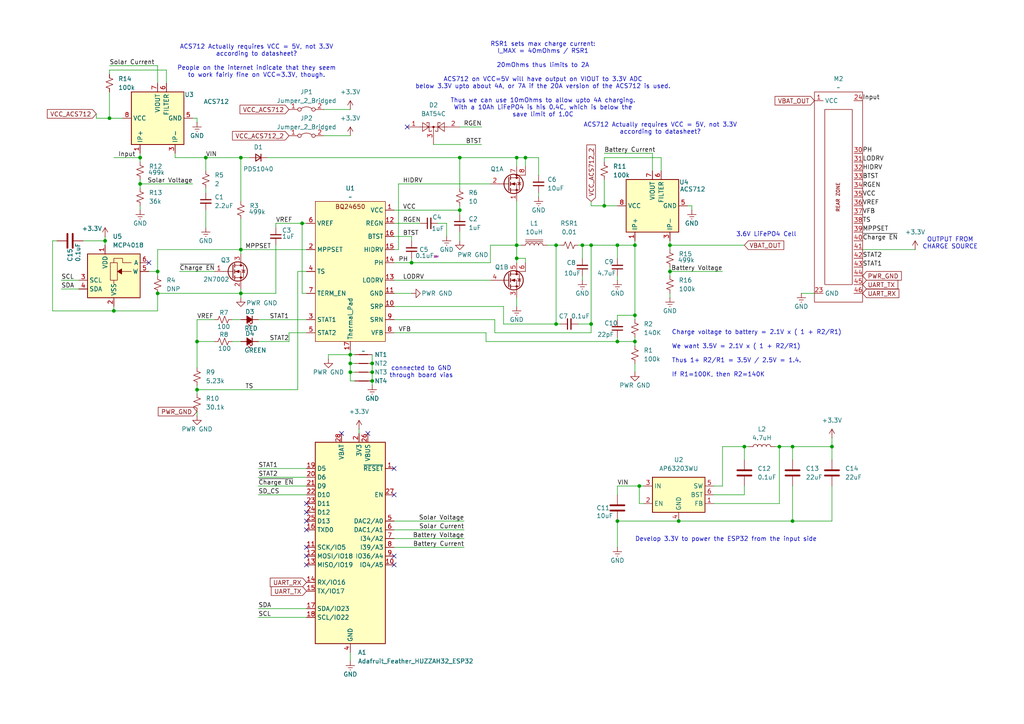
<source format=kicad_sch>
(kicad_sch (version 20250114) (generator "eeschema") (generator_version "9.0")
  (paper "A4")
  (title_block (title "MEGAphone MPPT Charge Controller") (rev "20250216") (comment 1 "Adapted for MEGAphone module format") (comment 2 "Adapted for 3.5V output voltage"))
  (text "ACS712 Actually requires VCC = 5V, not 3.3V\naccording to datasheet?" (at 191.516 37.338 0) (effects (font (size 1.27 1.27))))
  (text "ACS712 Actually requires VCC = 5V, not 3.3V\naccording to datasheet?\n\nPeople on the internet indicate that they seem\nto work fairly fine on VCC=3.3V, though." (at 74.422 17.78 0) (effects (font (size 1.27 1.27))))
  (text "3.6V LiFePO4 Cell" (at 222.25 68.072 0) (effects (font (size 1.27 1.27))))
  (text "OUTPUT FROM\nCHARGE SOURCE" (at 275.59 70.612 0) (effects (font (size 1.27 1.27))))
  (text "Charge voltage to battery = 2.1V x ( 1 + R2/R1)\n\nWe want 3.5V = 2.1V x ( 1 + R2/R1)\n\nThus 1+ R2/R1 = 3.5V / 2.5V = 1.4.\n\nIf R1=100K, then R2=140K" (at 194.818 102.616 0) (effects (font (size 1.27 1.27)) (justify left)))
  (text "RSR1 sets max charge current:\nI_MAX = 40mOhms / RSR1\n\n20mOhms thus limits to 2A\n\nACS712 on VCC=5V will have output on VIOUT to 3.3V ADC\nbelow 3.3V upto about 4A, or 7A if the 20A version of the ACS712 is used.\n\nThus we can use 10mOhms to allow upto 4A charging.\nWith a 10Ah LiFePO4 is his 0.4C, which is below the\nsave limit of 1.0C" (at 157.48 23.114 0) (effects (font (size 1.27 1.27))))
  (text "connected to GND\nthrough board vias" (at 122.174 107.95 0) (effects (font (size 1.27 1.27))))
  (text "Develop 3.3V to power the ESP32 from the input side" (at 210.566 156.464 0) (effects (font (size 1.27 1.27))))
  (junction (at 45.72 85.09))
  (junction (at 57.15 99.06))
  (junction (at 168.91 71.12))
  (junction (at 149.86 45.72))
  (junction (at 184.15 71.12))
  (junction (at 107.95 105.41))
  (junction (at 69.85 85.09))
  (junction (at 101.6 102.87))
  (junction (at 184.15 91.44))
  (junction (at 179.07 71.12))
  (junction (at 69.85 45.72))
  (junction (at 215.9 129.54))
  (junction (at 101.6 105.41))
  (junction (at 171.45 71.12))
  (junction (at 229.87 129.54))
  (junction (at 87.63 64.77))
  (junction (at 179.07 99.06))
  (junction (at 45.72 78.74))
  (junction (at 57.15 113.03))
  (junction (at 133.35 45.72))
  (junction (at 171.45 93.98))
  (junction (at 175.26 59.69))
  (junction (at 229.87 151.13))
  (junction (at 161.29 93.98))
  (junction (at 40.64 45.72))
  (junction (at 185.42 140.97))
  (junction (at 107.95 107.95))
  (junction (at 133.35 60.96))
  (junction (at 149.86 71.12))
  (junction (at 241.3 129.54))
  (junction (at 40.64 53.34))
  (junction (at 149.86 74.93))
  (junction (at 196.85 151.13))
  (junction (at 184.15 99.06))
  (junction (at 161.29 71.12))
  (junction (at 30.48 69.85))
  (junction (at 179.07 151.13))
  (junction (at 33.02 90.17))
  (junction (at 119.38 76.2))
  (junction (at 194.31 78.74))
  (junction (at 101.6 107.95))
  (junction (at 31.75 34.29))
  (junction (at 69.85 72.39))
  (junction (at 107.95 110.49))
  (junction (at 226.06 129.54))
  (junction (at 152.4 45.72))
  (junction (at 194.31 71.12))
  (junction (at 59.69 45.72))
  (no_connect (at 114.3 161.29))
  (no_connect (at 88.9 148.59))
  (no_connect (at 88.9 158.75))
  (no_connect (at 118.11 36.83))
  (no_connect (at 88.9 161.29))
  (no_connect (at 88.9 153.67))
  (no_connect (at 88.9 163.83))
  (no_connect (at 88.9 151.13))
  (no_connect (at 43.18 76.2))
  (no_connect (at 106.68 125.73))
  (no_connect (at 114.3 143.51))
  (no_connect (at 114.3 163.83))
  (no_connect (at 99.06 125.73))
  (no_connect (at 114.3 135.89))
  (no_connect (at 88.9 146.05))
  (wire (pts (xy 140.97 96.52) (xy 114.3 96.52)))
  (wire (pts (xy 194.31 72.39) (xy 194.31 71.12)))
  (wire (pts (xy 114.3 92.71) (xy 143.51 92.71)))
  (wire (pts (xy 24.13 69.85) (xy 30.48 69.85)))
  (wire (pts (xy 171.45 58.42) (xy 171.45 59.69)))
  (wire (pts (xy 45.72 24.13) (xy 45.72 19.05)))
  (wire (pts (xy 74.93 179.07) (xy 88.9 179.07)))
  (wire (pts (xy 95.25 102.87) (xy 95.25 104.14)))
  (wire (pts (xy 175.26 52.07) (xy 175.26 59.69)))
  (wire (pts (xy 229.87 151.13) (xy 241.3 151.13)))
  (wire (pts (xy 101.6 105.41) (xy 102.87 105.41)))
  (wire (pts (xy 229.87 151.13) (xy 229.87 140.97)))
  (wire (pts (xy 59.69 45.72) (xy 69.85 45.72)))
  (wire (pts (xy 40.64 53.34) (xy 55.88 53.34)))
  (wire (pts (xy 31.75 20.32) (xy 48.26 20.32)))
  (wire (pts (xy 194.31 78.74) (xy 194.31 80.01)))
  (wire (pts (xy 86.36 78.74) (xy 88.9 78.74)))
  (wire (pts (xy 33.02 90.17) (xy 45.72 90.17)))
  (wire (pts (xy 57.15 34.29) (xy 57.15 35.56)))
  (wire (pts (xy 107.95 102.87) (xy 107.95 105.41)))
  (wire (pts (xy 226.06 129.54) (xy 226.06 146.05)))
  (wire (pts (xy 114.3 76.2) (xy 119.38 76.2)))
  (wire (pts (xy 40.64 53.34) (xy 40.64 54.61)))
  (wire (pts (xy 43.18 78.74) (xy 45.72 78.74)))
  (wire (pts (xy 194.31 71.12) (xy 215.9 71.12)))
  (wire (pts (xy 30.48 68.58) (xy 30.48 69.85)))
  (wire (pts (xy 31.75 26.67) (xy 31.75 34.29)))
  (wire (pts (xy 59.69 60.96) (xy 59.69 66.04)))
  (wire (pts (xy 241.3 127) (xy 241.3 129.54)))
  (wire (pts (xy 93.98 31.75) (xy 101.6 31.75)))
  (wire (pts (xy 107.95 110.49) (xy 107.95 111.76)))
  (wire (pts (xy 194.31 78.74) (xy 209.55 78.74)))
  (wire (pts (xy 152.4 76.2) (xy 152.4 74.93)))
  (wire (pts (xy 226.06 129.54) (xy 229.87 129.54)))
  (wire (pts (xy 114.3 153.67) (xy 134.62 153.67)))
  (wire (pts (xy 101.6 107.95) (xy 102.87 107.95)))
  (wire (pts (xy 156.21 57.15) (xy 156.21 55.88)))
  (wire (pts (xy 40.64 60.96) (xy 40.64 59.69)))
  (wire (pts (xy 74.93 92.71) (xy 88.9 92.71)))
  (wire (pts (xy 226.06 129.54) (xy 224.79 129.54)))
  (wire (pts (xy 179.07 151.13) (xy 179.07 158.75)))
  (wire (pts (xy 209.55 129.54) (xy 209.55 140.97)))
  (wire (pts (xy 15.24 69.85) (xy 15.24 90.17)))
  (wire (pts (xy 149.86 45.72) (xy 149.86 48.26)))
  (wire (pts (xy 185.42 146.05) (xy 185.42 140.97)))
  (wire (pts (xy 35.56 34.29) (xy 31.75 34.29)))
  (wire (pts (xy 114.3 64.77) (xy 121.92 64.77)))
  (wire (pts (xy 107.95 107.95) (xy 107.95 110.49)))
  (wire (pts (xy 175.26 45.72) (xy 191.77 45.72)))
  (wire (pts (xy 16.51 69.85) (xy 15.24 69.85)))
  (wire (pts (xy 52.07 78.74) (xy 62.23 78.74)))
  (wire (pts (xy 101.6 110.49) (xy 102.87 110.49)))
  (wire (pts (xy 31.75 21.59) (xy 31.75 20.32)))
  (wire (pts (xy 143.51 96.52) (xy 143.51 92.71)))
  (wire (pts (xy 40.64 45.72) (xy 40.64 44.45)))
  (wire (pts (xy 217.17 129.54) (xy 215.9 129.54)))
  (wire (pts (xy 241.3 129.54) (xy 241.3 133.35)))
  (wire (pts (xy 55.88 34.29) (xy 57.15 34.29)))
  (wire (pts (xy 57.15 113.03) (xy 57.15 111.76)))
  (wire (pts (xy 59.69 55.88) (xy 59.69 54.61)))
  (wire (pts (xy 80.01 64.77) (xy 80.01 66.04)))
  (wire (pts (xy 57.15 92.71) (xy 62.23 92.71)))
  (wire (pts (xy 74.93 176.53) (xy 88.9 176.53)))
  (wire (pts (xy 114.3 156.21) (xy 134.62 156.21)))
  (wire (pts (xy 40.64 52.07) (xy 40.64 53.34)))
  (wire (pts (xy 179.07 71.12) (xy 184.15 71.12)))
  (wire (pts (xy 140.97 99.06) (xy 140.97 96.52)))
  (wire (pts (xy 80.01 71.12) (xy 80.01 85.09)))
  (wire (pts (xy 101.6 101.6) (xy 101.6 102.87)))
  (wire (pts (xy 27.94 34.29) (xy 27.94 33.02)))
  (wire (pts (xy 114.3 68.58) (xy 119.38 68.58)))
  (wire (pts (xy 57.15 114.3) (xy 57.15 113.03)))
  (wire (pts (xy 69.85 72.39) (xy 88.9 72.39)))
  (wire (pts (xy 142.24 71.12) (xy 149.86 71.12)))
  (wire (pts (xy 175.26 44.45) (xy 189.23 44.45)))
  (wire (pts (xy 250.19 72.39) (xy 265.43 72.39)))
  (wire (pts (xy 31.75 19.05) (xy 45.72 19.05)))
  (wire (pts (xy 194.31 77.47) (xy 194.31 78.74)))
  (wire (pts (xy 149.86 71.12) (xy 149.86 74.93)))
  (wire (pts (xy 40.64 46.99) (xy 40.64 45.72)))
  (wire (pts (xy 152.4 45.72) (xy 152.4 48.26)))
  (wire (pts (xy 167.64 93.98) (xy 171.45 93.98)))
  (wire (pts (xy 101.6 102.87) (xy 101.6 105.41)))
  (wire (pts (xy 114.3 60.96) (xy 133.35 60.96)))
  (wire (pts (xy 142.24 76.2) (xy 142.24 71.12)))
  (wire (pts (xy 156.21 50.8) (xy 156.21 45.72)))
  (wire (pts (xy 101.6 107.95) (xy 101.6 110.49)))
  (wire (pts (xy 74.93 143.51) (xy 88.9 143.51)))
  (wire (pts (xy 74.93 138.43) (xy 88.9 138.43)))
  (wire (pts (xy 69.85 45.72) (xy 69.85 58.42)))
  (wire (pts (xy 17.78 81.28) (xy 22.86 81.28)))
  (wire (pts (xy 229.87 129.54) (xy 229.87 133.35)))
  (wire (pts (xy 119.38 74.93) (xy 119.38 76.2)))
  (wire (pts (xy 17.78 83.82) (xy 22.86 83.82)))
  (wire (pts (xy 87.63 64.77) (xy 87.63 85.09)))
  (wire (pts (xy 184.15 97.79) (xy 184.15 99.06)))
  (wire (pts (xy 74.93 99.06) (xy 83.82 99.06)))
  (wire (pts (xy 87.63 64.77) (xy 88.9 64.77)))
  (wire (pts (xy 168.91 71.12) (xy 168.91 74.93)))
  (wire (pts (xy 185.42 140.97) (xy 186.69 140.97)))
  (wire (pts (xy 15.24 90.17) (xy 33.02 90.17)))
  (wire (pts (xy 45.72 78.74) (xy 45.72 72.39)))
  (wire (pts (xy 171.45 93.98) (xy 171.45 96.52)))
  (wire (pts (xy 146.05 88.9) (xy 146.05 93.98)))
  (wire (pts (xy 184.15 71.12) (xy 184.15 91.44)))
  (wire (pts (xy 45.72 85.09) (xy 69.85 85.09)))
  (wire (pts (xy 179.07 143.51) (xy 179.07 140.97)))
  (wire (pts (xy 69.85 83.82) (xy 69.85 85.09)))
  (wire (pts (xy 83.82 96.52) (xy 88.9 96.52)))
  (wire (pts (xy 57.15 113.03) (xy 86.36 113.03)))
  (wire (pts (xy 184.15 91.44) (xy 184.15 92.71)))
  (wire (pts (xy 101.6 191.77) (xy 101.6 189.23)))
  (wire (pts (xy 171.45 96.52) (xy 143.51 96.52)))
  (wire (pts (xy 133.35 36.83) (xy 139.7 36.83)))
  (wire (pts (xy 107.95 105.41) (xy 107.95 107.95)))
  (wire (pts (xy 196.85 151.13) (xy 229.87 151.13)))
  (wire (pts (xy 171.45 71.12) (xy 179.07 71.12)))
  (wire (pts (xy 45.72 78.74) (xy 45.72 80.01)))
  (wire (pts (xy 69.85 73.66) (xy 69.85 72.39)))
  (wire (pts (xy 161.29 93.98) (xy 161.29 71.12)))
  (wire (pts (xy 104.14 124.46) (xy 104.14 125.73)))
  (wire (pts (xy 127 64.77) (xy 129.54 64.77)))
  (wire (pts (xy 93.98 39.37) (xy 101.6 39.37)))
  (wire (pts (xy 149.86 74.93) (xy 152.4 74.93)))
  (wire (pts (xy 229.87 129.54) (xy 241.3 129.54)))
  (wire (pts (xy 83.82 96.52) (xy 83.82 99.06)))
  (wire (pts (xy 149.86 71.12) (xy 151.13 71.12)))
  (wire (pts (xy 209.55 140.97) (xy 207.01 140.97)))
  (wire (pts (xy 184.15 69.85) (xy 184.15 71.12)))
  (wire (pts (xy 168.91 81.28) (xy 168.91 80.01)))
  (wire (pts (xy 191.77 45.72) (xy 191.77 49.53)))
  (wire (pts (xy 74.93 140.97) (xy 88.9 140.97)))
  (wire (pts (xy 57.15 99.06) (xy 57.15 106.68)))
  (wire (pts (xy 69.85 85.09) (xy 80.01 85.09)))
  (wire (pts (xy 31.75 34.29) (xy 27.94 34.29)))
  (wire (pts (xy 215.9 129.54) (xy 209.55 129.54)))
  (wire (pts (xy 168.91 71.12) (xy 171.45 71.12)))
  (wire (pts (xy 194.31 71.12) (xy 194.31 69.85)))
  (wire (pts (xy 33.02 88.9) (xy 33.02 90.17)))
  (wire (pts (xy 179.07 71.12) (xy 179.07 74.93)))
  (wire (pts (xy 129.54 64.77) (xy 129.54 68.58)))
  (wire (pts (xy 171.45 59.69) (xy 175.26 59.69)))
  (wire (pts (xy 125.73 41.91) (xy 139.7 41.91)))
  (wire (pts (xy 77.47 45.72) (xy 133.35 45.72)))
  (wire (pts (xy 101.6 102.87) (xy 102.87 102.87)))
  (wire (pts (xy 119.38 68.58) (xy 119.38 69.85)))
  (wire (pts (xy 179.07 99.06) (xy 184.15 99.06)))
  (wire (pts (xy 179.07 91.44) (xy 184.15 91.44)))
  (wire (pts (xy 161.29 93.98) (xy 162.56 93.98)))
  (wire (pts (xy 74.93 135.89) (xy 88.9 135.89)))
  (wire (pts (xy 101.6 105.41) (xy 101.6 107.95)))
  (wire (pts (xy 119.38 76.2) (xy 142.24 76.2)))
  (wire (pts (xy 57.15 92.71) (xy 57.15 99.06)))
  (wire (pts (xy 167.64 71.12) (xy 168.91 71.12)))
  (wire (pts (xy 241.3 151.13) (xy 241.3 140.97)))
  (wire (pts (xy 200.66 59.69) (xy 200.66 60.96)))
  (wire (pts (xy 133.35 62.23) (xy 133.35 60.96)))
  (wire (pts (xy 175.26 59.69) (xy 179.07 59.69)))
  (wire (pts (xy 33.02 45.72) (xy 40.64 45.72)))
  (wire (pts (xy 146.05 93.98) (xy 161.29 93.98)))
  (wire (pts (xy 179.07 97.79) (xy 179.07 99.06)))
  (wire (pts (xy 114.3 158.75) (xy 134.62 158.75)))
  (wire (pts (xy 149.86 86.36) (xy 149.86 88.9)))
  (wire (pts (xy 189.23 49.53) (xy 189.23 44.45)))
  (wire (pts (xy 57.15 99.06) (xy 62.23 99.06)))
  (wire (pts (xy 215.9 129.54) (xy 215.9 133.35)))
  (wire (pts (xy 87.63 85.09) (xy 88.9 85.09)))
  (wire (pts (xy 215.9 143.51) (xy 215.9 140.97)))
  (wire (pts (xy 175.26 46.99) (xy 175.26 45.72)))
  (wire (pts (xy 133.35 45.72) (xy 133.35 54.61)))
  (wire (pts (xy 184.15 99.06) (xy 184.15 100.33)))
  (wire (pts (xy 140.97 99.06) (xy 179.07 99.06)))
  (wire (pts (xy 114.3 88.9) (xy 146.05 88.9)))
  (wire (pts (xy 171.45 71.12) (xy 171.45 93.98)))
  (wire (pts (xy 179.07 140.97) (xy 185.42 140.97)))
  (wire (pts (xy 133.35 59.69) (xy 133.35 60.96)))
  (wire (pts (xy 207.01 143.51) (xy 215.9 143.51)))
  (wire (pts (xy 80.01 64.77) (xy 87.63 64.77)))
  (wire (pts (xy 162.56 71.12) (xy 161.29 71.12)))
  (wire (pts (xy 114.3 85.09) (xy 119.38 85.09)))
  (wire (pts (xy 207.01 146.05) (xy 226.06 146.05)))
  (wire (pts (xy 48.26 20.32) (xy 48.26 24.13)))
  (wire (pts (xy 45.72 72.39) (xy 69.85 72.39)))
  (wire (pts (xy 232.41 85.09) (xy 236.22 85.09)))
  (wire (pts (xy 161.29 71.12) (xy 158.75 71.12)))
  (wire (pts (xy 179.07 81.28) (xy 179.07 80.01)))
  (wire (pts (xy 50.8 45.72) (xy 59.69 45.72)))
  (wire (pts (xy 194.31 86.36) (xy 194.31 85.09)))
  (wire (pts (xy 114.3 151.13) (xy 134.62 151.13)))
  (wire (pts (xy 179.07 91.44) (xy 179.07 92.71)))
  (wire (pts (xy 199.39 59.69) (xy 200.66 59.69)))
  (wire (pts (xy 114.3 81.28) (xy 142.24 81.28)))
  (wire (pts (xy 186.69 146.05) (xy 185.42 146.05)))
  (wire (pts (xy 184.15 107.95) (xy 184.15 105.41)))
  (wire (pts (xy 179.07 151.13) (xy 196.85 151.13)))
  (wire (pts (xy 115.57 53.34) (xy 115.57 72.39)))
  (wire (pts (xy 50.8 44.45) (xy 50.8 45.72)))
  (wire (pts (xy 95.25 102.87) (xy 101.6 102.87)))
  (wire (pts (xy 30.48 69.85) (xy 30.48 71.12)))
  (wire (pts (xy 149.86 74.93) (xy 149.86 76.2)))
  (wire (pts (xy 45.72 90.17) (xy 45.72 85.09)))
  (wire (pts (xy 57.15 120.65) (xy 57.15 119.38)))
  (wire (pts (xy 69.85 45.72) (xy 72.39 45.72)))
  (wire (pts (xy 69.85 63.5) (xy 69.85 72.39)))
  (wire (pts (xy 133.35 69.85) (xy 133.35 67.31)))
  (wire (pts (xy 67.31 99.06) (xy 69.85 99.06)))
  (wire (pts (xy 86.36 78.74) (xy 86.36 113.03)))
  (wire (pts (xy 115.57 53.34) (xy 142.24 53.34)))
  (wire (pts (xy 133.35 45.72) (xy 149.86 45.72)))
  (wire (pts (xy 59.69 45.72) (xy 59.69 49.53)))
  (wire (pts (xy 149.86 45.72) (xy 152.4 45.72)))
  (wire (pts (xy 115.57 72.39) (xy 114.3 72.39)))
  (wire (pts (xy 152.4 45.72) (xy 156.21 45.72)))
  (wire (pts (xy 149.86 58.42) (xy 149.86 71.12)))
  (wire (pts (xy 69.85 85.09) (xy 69.85 86.36)))
  (wire (pts (xy 67.31 92.71) (xy 69.85 92.71)))
  (label "STAT1" (at 74.93 135.89 0))
  (label "BTST" (at 250.19 52.07 0))
  (label "TS" (at 250.19 64.77 0))
  (label "VCC" (at 250.19 57.15 0))
  (label "SD_CS" (at 74.93 143.51 0))
  (label "~{Charge EN}" (at 74.93 140.97 0))
  (label "Input" (at 34.29 45.72 0))
  (label "SCL" (at 17.78 81.28 0))
  (label "Battery Voltage" (at 209.55 78.74 180))
  (label "Solar Voltage" (at 55.88 53.34 180))
  (label "~{Charge EN}" (at 52.07 78.74 0))
  (label "LODRV" (at 250.19 46.99 0))
  (label "STAT2" (at 250.19 74.93 0))
  (label "HIDRV" (at 250.19 49.53 0))
  (label "VCC" (at 116.84 60.96 0))
  (label "Solar Voltage" (at 134.62 151.13 180))
  (label "VREF" (at 80.01 64.77 0))
  (label "MPPSET" (at 71.12 72.39 0))
  (label "STAT2" (at 83.82 99.06 180))
  (label "RGEN" (at 250.19 54.61 0))
  (label "VFB" (at 115.57 96.52 0))
  (label "Solar Current" (at 31.75 19.05 0))
  (label "BTST" (at 139.7 41.91 180))
  (label "VFB" (at 250.19 62.23 0))
  (label "VIN" (at 59.69 45.72 0))
  (label "TS" (at 71.12 113.03 0))
  (label "HIDRV" (at 116.84 53.34 0))
  (label "VIN" (at 179.07 140.97 0))
  (label "Battery Voltage" (at 134.62 156.21 180))
  (label "VREF" (at 57.15 92.71 0))
  (label "Battery Current" (at 134.62 158.75 180))
  (label "Input" (at 250.19 29.21 0))
  (label "LODRV" (at 116.84 81.28 0))
  (label "SDA" (at 17.78 83.82 0))
  (label "STAT1" (at 83.82 92.71 180))
  (label "~{Charge EN}" (at 250.19 69.85 0))
  (label "RGEN" (at 116.84 64.77 0))
  (label "STAT2" (at 74.93 138.43 0))
  (label "PH" (at 115.57 76.2 0))
  (label "VREF" (at 250.19 59.69 0))
  (label "MPPSET" (at 250.19 67.31 0))
  (label "PH" (at 250.19 44.45 0))
  (label "SDA" (at 74.93 176.53 0))
  (label "BTST" (at 116.84 68.58 0))
  (label "RGEN" (at 139.7 36.83 180))
  (label "SCL" (at 74.93 179.07 0))
  (label "STAT1" (at 250.19 77.47 0))
  (label "Solar Current" (at 134.62 153.67 180))
  (label "Battery Current" (at 175.26 44.45 0))
  (global_label "UART_TX" (shape input) (at 250.19 82.55 0) (property "Intersheetrefs" "${INTERSHEET_REFS}" (effects (hide yes))))
  (global_label "VCC_ACS712_2" (shape input) (at 171.45 58.42 90) (property "Intersheetrefs" "${INTERSHEET_REFS}" (effects (hide yes))))
  (global_label "VBAT_OUT" (shape input) (at 236.22 29.21 180) (property "Intersheetrefs" "${INTERSHEET_REFS}" (effects (hide yes))))
  (global_label "VCC_ACS712" (shape input) (at 27.94 33.02 180) (property "Intersheetrefs" "${INTERSHEET_REFS}" (effects (hide yes))))
  (global_label "VCC_ACS712_2" (shape input) (at 83.82 39.37 180) (property "Intersheetrefs" "${INTERSHEET_REFS}" (effects (hide yes))))
  (global_label "PWR_GND" (shape input) (at 57.15 119.38 180) (property "Intersheetrefs" "${INTERSHEET_REFS}" (effects (hide yes))))
  (global_label "VBAT_OUT" (shape input) (at 215.9 71.12 0) (property "Intersheetrefs" "${INTERSHEET_REFS}" (effects (hide yes))))
  (global_label "UART_RX" (shape input) (at 250.19 85.09 0) (property "Intersheetrefs" "${INTERSHEET_REFS}" (effects (hide yes))))
  (global_label "UART_RX" (shape input) (at 88.9 168.91 180) (property "Intersheetrefs" "${INTERSHEET_REFS}" (effects (hide yes))))
  (global_label "VCC_ACS712" (shape input) (at 83.82 31.75 180) (property "Intersheetrefs" "${INTERSHEET_REFS}" (effects (hide yes))))
  (global_label "UART_TX" (shape input) (at 88.9 171.45 180) (property "Intersheetrefs" "${INTERSHEET_REFS}" (effects (hide yes))))
  (global_label "PWR_GND" (shape input) (at 250.19 80.01 0) (property "Intersheetrefs" "${INTERSHEET_REFS}" (effects (hide yes))))
  (symbol (lib_id "Device:R_Small_US") (at 194.31 74.93 0) (unit 1)
    (property "Reference" "R15" (at 196.85 73.6599 0) (effects (justify left)))
    (property "Value" "499k" (at 196.596 75.438 0) (effects (justify left)))
    (property "Footprint" "Resistor_SMD:R_0603_1608Metric" (effects (hide yes)))
    (property "Description" "Resistor, small US symbol" (effects (hide yes)))
  )
  (symbol (lib_id "Regulator_Switching:AP63203WU") (at 196.85 143.51 0) (unit 1)
    (property "Reference" "U2" (at 196.85 133.35 0))
    (property "Value" "AP63203WU" (at 196.85 135.89 0))
    (property "Footprint" "Package_TO_SOT_SMD:TSOT-23-6" (effects (hide yes)))
    (property "Datasheet" "https://www.diodes.com/assets/Datasheets/AP63200-AP63201-AP63203-AP63205.pdf" (effects (hide yes)))
  )
  (symbol (lib_id "Device:C_Small") (at 80.01 68.58 0) (unit 1)
    (property "Reference" "C3" (at 81.788 66.802 0) (effects (justify left)))
    (property "Value" "1uF" (at 81.788 68.58 0) (effects (justify left)))
    (property "Footprint" "Capacitor_SMD:C_0603_1608Metric" (effects (hide yes)))
    (property "Description" "Unpolarized capacitor, small symbol" (effects (hide yes)))
  )
  (symbol (lib_id "Device:C_Small") (at 124.46 64.77 90) (unit 1)
    (property "Reference" "C4" (at 126.746 62.992 90))
    (property "Value" "1uF" (at 127 66.294 90))
    (property "Footprint" "Capacitor_SMD:C_0603_1608Metric" (effects (hide yes)))
    (property "Description" "Unpolarized capacitor, small symbol" (effects (hide yes)))
  )
  (symbol (lib_id "power:Earth") (at 194.31 86.36 0) (unit 1)
    (property "Reference" "#PWR024" (effects (hide yes)))
    (property "Value" "GND" (at 194.31 90.17 0))
    (property "Description" "Power symbol creates a global label with name \"Earth\"" (effects (hide yes)))
  )
  (symbol (lib_id "power:GND") (at 133.35 69.85 0) (unit 1)
    (property "Reference" "#PWR010" (effects (hide yes)))
    (property "Value" "PWR GND" (at 137.16 73.914 0))
    (property "Description" "Power symbol creates a global label with name \"GND\" , ground" (effects (hide yes)))
  )
  (symbol (lib_id "power:Earth") (at 129.54 68.58 0) (unit 1)
    (property "Reference" "#PWR011" (effects (hide yes)))
    (property "Value" "GND" (at 129.54 72.39 0))
    (property "Description" "Power symbol creates a global label with name \"Earth\"" (effects (hide yes)))
  )
  (symbol (lib_id "Device:D_Small") (at 74.93 45.72 180) (unit 1)
    (property "Reference" "D1" (at 74.93 42.672 0))
    (property "Value" "PDS1040" (at 74.93 49.022 0))
    (property "Footprint" "Diode_SMD:D_PowerDI-5" (effects (hide yes)))
    (property "Description" "Diode, small symbol" (effects (hide yes)))
    (property "Sim.Device" "D" (effects (hide yes)))
    (property "Sim.Pins" "1=K 2=A" (effects (hide yes)))
  )
  (symbol (lib_id "Device:R_Small_US") (at 45.72 82.55 0) (unit 1)
    (property "Reference" "R4" (at 48.26 81.2799 0) (effects (justify left)))
    (property "Value" "DNP" (at 48.26 83.8199 0) (effects (justify left)))
    (property "Footprint" "Resistor_SMD:R_0603_1608Metric" (effects (hide yes)))
    (property "Description" "Resistor, small US symbol" (effects (hide yes)))
  )
  (symbol (lib_id "MCU_Module:Adafruit_Feather_HUZZAH32_ESP32") (at 101.6 156.21 0) (unit 1)
    (property "Reference" "A1" (at 103.7941 189.23 0) (effects (justify left)))
    (property "Value" "Adafruit_Feather_HUZZAH32_ESP32" (at 103.7941 191.77 0) (effects (justify left)))
    (property "Footprint" "Module:Adafruit_Feather" (effects (hide yes)))
    (property "Datasheet" "https://cdn-learn.adafruit.com/downloads/pdf/adafruit-huzzah32-esp32-feather.pdf" (effects (hide yes)))
    (property "Description" "Microcontroller module with ESP32 MCU" (effects (hide yes)))
  )
  (symbol (lib_id "Device:LED_Small_Filled") (at 72.39 92.71 180) (unit 1)
    (property "Reference" "D3" (at 71.12 90.424 0) (effects (justify right)))
    (property "Value" "RED" (at 70.866 95.25 0) (effects (justify right)))
    (property "Footprint" "LED_SMD:LED_0603_1608Metric" (effects (hide yes)))
    (property "Description" "Light emitting diode, small symbol, filled shape" (effects (hide yes)))
  )
  (symbol (lib_id "Device:R_Small_US") (at 184.15 95.25 0) (unit 1)
    (property "Reference" "R2" (at 186.69 93.9799 0) (effects (justify left)))
    (property "Value" "140K" (at 186.69 96.5199 0) (effects (justify left)))
    (property "Footprint" "Resistor_SMD:R_0603_1608Metric" (effects (hide yes)))
    (property "Description" "Resistor, small US symbol" (effects (hide yes)))
  )
  (symbol (lib_id "Device:C_Small") (at 179.07 95.25 180) (unit 1)
    (property "Reference" "C10" (at 175.26 93.726 0) (effects (justify right)))
    (property "Value" "22pF" (at 173.228 97.028 0) (effects (justify right)))
    (property "Footprint" "Capacitor_SMD:C_0603_1608Metric" (effects (hide yes)))
    (property "Description" "Unpolarized capacitor, small symbol" (effects (hide yes)))
  )
  (symbol (lib_id "Device:R_Small_US") (at 40.64 57.15 0) (unit 1)
    (property "Reference" "R13" (at 43.18 55.8799 0) (effects (justify left)))
    (property "Value" "36k" (at 43.18 58.4199 0) (effects (justify left)))
    (property "Footprint" "Resistor_SMD:R_0603_1608Metric" (effects (hide yes)))
    (property "Description" "Resistor, small US symbol" (effects (hide yes)))
  )
  (symbol (lib_id "power:+3.3V") (at 265.43 72.39 0) (unit 1)
    (property "Reference" "#PWR018" (effects (hide yes)))
    (property "Value" "+3.3V" (at 265.43 67.31 0))
    (property "Description" "Power symbol creates a global label with name \"+3.3V\"" (effects (hide yes)))
  )
  (symbol (lib_id "power:+3.3V") (at 101.6 31.75 0) (unit 1)
    (property "Reference" "#PWR04" (effects (hide yes)))
    (property "Value" "+3.3V" (at 101.6 26.67 0))
    (property "Description" "Power symbol creates a global label with name \"+3.3V\"" (effects (hide yes)))
  )
  (symbol (lib_id "Sensor_Current:ACS712xLCTR-05B") (at 189.23 59.69 90) (unit 1)
    (property "Reference" "U4" (at 198.374 52.832 90))
    (property "Value" "ACS712" (at 200.914 54.864 90))
    (property "Footprint" "Package_SO:SOIC-8_3.9x4.9mm_P1.27mm" (effects (hide yes)))
    (property "Datasheet" "http://www.allegromicro.com/~/media/Files/Datasheets/ACS712-Datasheet.ashx?la=en" (effects (hide yes)))
    (property "Description" "±5A Bidirectional Hall-Effect Current Sensor, +5.0V supply, 185mV/A, SOIC-8" (effects (hide yes)))
  )
  (symbol (lib_id "power:+3.3V") (at 101.6 39.37 0) (unit 1)
    (property "Reference" "#PWR016" (effects (hide yes)))
    (property "Value" "+3.3V" (at 101.6 34.29 0))
    (property "Description" "Power symbol creates a global label with name \"+3.3V\"" (effects (hide yes)))
  )
  (symbol (lib_id "power:+3.3V") (at 104.14 124.46 0) (unit 1)
    (property "Reference" "#PWR021" (effects (hide yes)))
    (property "Value" "+3.3V" (at 104.14 119.38 0))
    (property "Description" "Power symbol creates a global label with name \"+3.3V\"" (effects (hide yes)))
  )
  (symbol (lib_id "Device:C_Small") (at 165.1 93.98 90) (unit 1)
    (property "Reference" "C7" (at 162.052 91.694 90) (effects (justify right)))
    (property "Value" "0.1uF" (at 165.608 91.694 90) (effects (justify right)))
    (property "Footprint" "Capacitor_SMD:C_0603_1608Metric" (effects (hide yes)))
    (property "Description" "Unpolarized capacitor, small symbol" (effects (hide yes)))
  )
  (symbol (lib_id "Transistor_FET:2N7002") (at 67.31 78.74 0) (unit 1)
    (property "Reference" "Q3" (at 64.008 75.438 0) (effects (justify left)))
    (property "Value" "2N7002" (at 58.928 81.026 0) (effects (justify left)))
    (property "Footprint" "Package_TO_SOT_SMD:SOT-23" (effects (hide yes)))
    (property "Datasheet" "https://www.onsemi.com/pub/Collateral/NDS7002A-D.PDF" (effects (hide yes)))
    (property "Description" "0.115A Id, 60V Vds, N-Channel MOSFET, SOT-23" (effects (hide yes)))
  )
  (symbol (lib_id "power:+3.3V") (at 241.3 127 0) (unit 1)
    (property "Reference" "#PWR019" (effects (hide yes)))
    (property "Value" "+3.3V" (at 241.3 121.92 0))
    (property "Description" "Power symbol creates a global label with name \"+3.3V\"" (effects (hide yes)))
  )
  (symbol (lib_id "Device:R_Small_US") (at 64.77 99.06 90) (unit 1)
    (property "Reference" "R8" (at 66.294 97.028 90) (effects (justify left)))
    (property "Value" "100" (at 67.056 101.092 90) (effects (justify left)))
    (property "Footprint" "Resistor_SMD:R_0603_1608Metric" (effects (hide yes)))
    (property "Description" "Resistor, small US symbol" (effects (hide yes)))
  )
  (symbol (lib_id "Device:R_Small_US") (at 31.75 24.13 0) (unit 1)
    (property "Reference" "R14" (at 34.29 22.8599 0) (effects (justify left)))
    (property "Value" "100k" (at 34.29 25.3999 0) (effects (justify left)))
    (property "Footprint" "Resistor_SMD:R_0603_1608Metric" (effects (hide yes)))
    (property "Description" "Resistor, small US symbol" (effects (hide yes)))
  )
  (symbol (lib_id "power:Earth") (at 232.41 85.09 0) (unit 1)
    (property "Reference" "#PWR07" (effects (hide yes)))
    (property "Value" "GND" (at 232.41 88.9 0))
    (property "Description" "Power symbol creates a global label with name \"Earth\"" (effects (hide yes)))
  )
  (symbol (lib_id "Device:C_Small") (at 156.21 53.34 180) (unit 1)
    (property "Reference" "C6" (at 158.75 52.0635 0) (effects (justify right)))
    (property "Value" "10uF" (at 158.75 54.6035 0) (effects (justify right)))
    (property "Footprint" "Capacitor_SMD:C_1206_3216Metric" (effects (hide yes)))
    (property "Description" "Unpolarized capacitor, small symbol" (effects (hide yes)))
  )
  (symbol (lib_id "Device:C_Small") (at 133.35 64.77 0) (unit 1)
    (property "Reference" "C2" (at 135.89 63.5062 0) (effects (justify left)))
    (property "Value" "1uF" (at 135.89 66.0462 0) (effects (justify left)))
    (property "Footprint" "Capacitor_SMD:C_0603_1608Metric" (effects (hide yes)))
    (property "Description" "Unpolarized capacitor, small symbol" (effects (hide yes)))
  )
  (symbol (lib_id "power:Earth") (at 179.07 158.75 0) (unit 1)
    (property "Reference" "#PWR023" (effects (hide yes)))
    (property "Value" "GND" (at 179.07 162.56 0))
    (property "Description" "Power symbol creates a global label with name \"Earth\"" (effects (hide yes)))
  )
  (symbol (lib_id "Device:LED_Small_Filled") (at 72.39 99.06 180) (unit 1)
    (property "Reference" "D4" (at 71.12 96.774 0) (effects (justify right)))
    (property "Value" "GREEN" (at 70.866 101.6 0) (effects (justify right)))
    (property "Footprint" "LED_SMD:LED_0603_1608Metric" (effects (hide yes)))
    (property "Description" "Light emitting diode, small symbol, filled shape" (effects (hide yes)))
  )
  (symbol (lib_id "Jumper:Jumper_2_Bridged") (at 88.9 31.75 0) (unit 1)
    (property "Reference" "JP1" (at 88.9 26.67 0))
    (property "Value" "Jumper_2_Bridged" (at 88.9 29.21 0))
    (property "Footprint" "Jumper:SolderJumper-2_P1.3mm_Bridged_RoundedPad1.0x1.5mm" (effects (hide yes)))
    (property "Description" "Jumper, 2-pole, closed/bridged" (effects (hide yes)))
  )
  (symbol (lib_id "Device:R_Small_US") (at 57.15 116.84 0) (unit 1)
    (property "Reference" "R10" (at 59.69 115.5699 0) (effects (justify left)))
    (property "Value" "30.1k" (at 59.69 118.1099 0) (effects (justify left)))
    (property "Footprint" "Resistor_SMD:R_0603_1608Metric" (effects (hide yes)))
    (property "Description" "Resistor, small US symbol" (effects (hide yes)))
  )
  (symbol (lib_id "Device:R_Small_US") (at 194.31 82.55 0) (unit 1)
    (property "Reference" "R16" (at 196.85 81.2799 0) (effects (justify left)))
    (property "Value" "100k" (at 196.85 83.8199 0) (effects (justify left)))
    (property "Footprint" "Resistor_SMD:R_0603_1608Metric" (effects (hide yes)))
    (property "Description" "Resistor, small US symbol" (effects (hide yes)))
  )
  (symbol (lib_id "Device:C_Small") (at 168.91 77.47 180) (unit 1)
    (property "Reference" "C8" (at 164.338 76.2 0) (effects (justify right)))
    (property "Value" "10uF" (at 163.576 79.248 0) (effects (justify right)))
    (property "Footprint" "Capacitor_SMD:C_1206_3216Metric" (effects (hide yes)))
    (property "Description" "Unpolarized capacitor, small symbol" (effects (hide yes)))
  )
  (symbol (lib_id "power:Earth") (at 57.15 35.56 0) (unit 1)
    (property "Reference" "#PWR020" (effects (hide yes)))
    (property "Value" "GND" (at 57.15 39.37 0))
    (property "Description" "Power symbol creates a global label with name \"Earth\"" (effects (hide yes)))
  )
  (symbol (lib_id "Device:C") (at 229.87 137.16 0) (unit 1)
    (property "Reference" "C13" (at 233.68 135.8899 0) (effects (justify left)))
    (property "Value" "22uF" (at 233.68 138.4299 0) (effects (justify left)))
    (property "Footprint" "Capacitor_SMD:C_0603_1608Metric" (effects (hide yes)))
  )
  (symbol (lib_id "Device:C_Small") (at 179.07 77.47 180) (unit 1)
    (property "Reference" "C9" (at 175.26 75.946 0) (effects (justify right)))
    (property "Value" "4.7uF" (at 173.228 79.248 0) (effects (justify right)))
    (property "Footprint" "Capacitor_SMD:C_0805_2012Metric" (effects (hide yes)))
    (property "Description" "Unpolarized capacitor, small symbol" (effects (hide yes)))
  )
  (symbol (lib_id "Device:C_Small") (at 59.69 58.42 0) (unit 1)
    (property "Reference" "C1" (at 62.23 57.1562 0) (effects (justify left)))
    (property "Value" "2.2uF" (at 62.23 59.6962 0) (effects (justify left)))
    (property "Footprint" "Capacitor_SMD:C_1210_3225Metric" (effects (hide yes)))
    (property "Description" "Unpolarized capacitor, small symbol" (effects (hide yes)))
  )
  (symbol (lib_id "Device:Q_Dual_NMOS_S1G1S2G2D2D2D1D1") (at 147.32 53.34 0) (unit 1)
    (property "Reference" "Q1" (at 142.24 49.022 0) (effects (justify left)))
    (property "Value" "SI7272DP" (effects (hide yes)))
    (property "Footprint" "Package_SO:PowerPAK_SO-8_Dual" (effects (hide yes)))
    (property "Description" "Dual NMOS transistor, 8 pin package" (effects (hide yes)))
  )
  (symbol (lib_id "Sensor_Current:ACS712xLCTR-05B") (at 45.72 34.29 90) (unit 1)
    (property "Reference" "U3" (at 54.864 27.432 90))
    (property "Value" "ACS712" (at 62.738 29.464 90))
    (property "Footprint" "Package_SO:SOIC-8_3.9x4.9mm_P1.27mm" (effects (hide yes)))
    (property "Datasheet" "http://www.allegromicro.com/~/media/Files/Datasheets/ACS712-Datasheet.ashx?la=en" (effects (hide yes)))
    (property "Description" "±5A Bidirectional Hall-Effect Current Sensor, +5.0V supply, 185mV/A, SOIC-8" (effects (hide yes)))
  )
  (symbol (lib_id "Device:C_Small") (at 119.38 72.39 180) (unit 1)
    (property "Reference" "C5" (at 122.936 72.39 0))
    (property "Value" "0.1uF" (at 123.19 74.168 0))
    (property "Footprint" "Capacitor_SMD:C_0603_1608Metric" (effects (hide yes)))
    (property "Description" "Unpolarized capacitor, small symbol" (effects (hide yes)))
    (property "Voltage Rating" "35V" (at 126.492 74.422 0) (effects (font (size 0.508 0.508))))
  )
  (symbol (lib_id "Device:Q_Dual_NMOS_S1G1S2G2D2D2D1D1") (at 147.32 81.28 0) (unit 2)
    (property "Reference" "Q1" (at 143.51 77.47 0) (effects (justify left)))
    (property "Value" "SI7272DP" (effects (hide yes)))
    (property "Footprint" "Package_SO:PowerPAK_SO-8_Dual" (effects (hide yes)))
    (property "Description" "Dual NMOS transistor, 8 pin package" (effects (hide yes)))
  )
  (symbol (lib_id "Device:R_Small_US") (at 64.77 92.71 90) (unit 1)
    (property "Reference" "R7" (at 66.294 90.678 90) (effects (justify left)))
    (property "Value" "100" (at 66.802 94.742 90) (effects (justify left)))
    (property "Footprint" "Resistor_SMD:R_0603_1608Metric" (effects (hide yes)))
    (property "Description" "Resistor, small US symbol" (effects (hide yes)))
  )
  (symbol (lib_id "Device:L_Iron") (at 154.94 71.12 90) (unit 1)
    (property "Reference" "L1" (at 154.94 64.77 90))
    (property "Value" "10uH" (at 154.94 67.31 90))
    (property "Footprint" "MPPT Charge Controller Footprint Library:L_Vishay_6.9x6.5" (effects (hide yes)))
    (property "Description" "Inductor with iron core" (effects (hide yes)))
  )
  (symbol (lib_id "MPPT Charge Controller Symbol Library:BQ24650") (at 101.6 78.74 0) (unit 1)
    (property "Reference" "U1" (at 101.6 54.61 0))
    (property "Value" "~" (at 101.6 57.15 0))
    (property "Footprint" "MPPT Charge Controller Footprint Library:VQFN-16_EP_3.5x3.5_Pitch0.5mm" (effects (hide yes)))
  )
  (symbol (lib_id "Device:R_Small_US") (at 69.85 60.96 0) (unit 1)
    (property "Reference" "R3" (at 72.39 59.6899 0) (effects (justify left)))
    (property "Value" "499k" (at 72.136 61.468 0) (effects (justify left)))
    (property "Footprint" "Resistor_SMD:R_0603_1608Metric" (effects (hide yes)))
    (property "Description" "Resistor, small US symbol" (effects (hide yes)))
  )
  (symbol (lib_id "power:Earth") (at 101.6 191.77 0) (unit 1)
    (property "Reference" "#PWR022" (effects (hide yes)))
    (property "Value" "GND" (at 101.6 195.58 0))
    (property "Description" "Power symbol creates a global label with name \"Earth\"" (effects (hide yes)))
  )
  (symbol (lib_id "Device:C") (at 179.07 147.32 180) (unit 1)
    (property "Reference" "C11" (at 172.974 147.32 0) (effects (justify right)))
    (property "Value" "10uF" (at 172.974 149.606 0) (effects (justify right)))
    (property "Footprint" "Capacitor_SMD:C_0603_1608Metric" (effects (hide yes)))
  )
  (symbol (lib_id "power:Earth") (at 200.66 60.96 0) (unit 1)
    (property "Reference" "#PWR09" (effects (hide yes)))
    (property "Value" "GND" (at 200.66 64.77 0))
    (property "Description" "Power symbol creates a global label with name \"Earth\"" (effects (hide yes)))
  )
  (symbol (lib_id "Jumper:Jumper_2_Bridged") (at 88.9 39.37 0) (unit 1)
    (property "Reference" "JP2" (at 88.9 34.29 0))
    (property "Value" "Jumper_2_Bridged" (at 88.9 36.83 0))
    (property "Footprint" "Jumper:SolderJumper-2_P1.3mm_Bridged_RoundedPad1.0x1.5mm" (effects (hide yes)))
    (property "Description" "Jumper, 2-pole, closed/bridged" (effects (hide yes)))
  )
  (symbol (lib_id "power:Earth") (at 168.91 81.28 0) (unit 1)
    (property "Reference" "#PWR014" (effects (hide yes)))
    (property "Value" "GND" (at 168.91 85.09 0))
    (property "Description" "Power symbol creates a global label with name \"Earth\"" (effects (hide yes)))
  )
  (symbol (lib_id "power:GND") (at 69.85 86.36 0) (unit 1)
    (property "Reference" "#PWR03" (effects (hide yes)))
    (property "Value" "PWR GND" (at 75.946 87.884 0))
    (property "Description" "Power symbol creates a global label with name \"GND\" , ground" (effects (hide yes)))
  )
  (symbol (lib_id "power:GND") (at 95.25 104.14 0) (unit 1)
    (property "Reference" "#PWR02" (effects (hide yes)))
    (property "Value" "PWR GND" (at 95.25 107.95 0))
    (property "Description" "Power symbol creates a global label with name \"GND\" , ground" (effects (hide yes)))
  )
  (symbol (lib_id "power:Earth") (at 149.86 88.9 0) (unit 1)
    (property "Reference" "#PWR012" (effects (hide yes)))
    (property "Value" "GND" (at 149.86 92.71 0))
    (property "Description" "Power symbol creates a global label with name \"Earth\"" (effects (hide yes)))
  )
  (symbol (lib_id "Device:R_Small_US") (at 133.35 57.15 0) (unit 1)
    (property "Reference" "R6" (at 135.89 55.8799 0) (effects (justify left)))
    (property "Value" "10" (at 135.89 58.4199 0) (effects (justify left)))
    (property "Footprint" "Resistor_SMD:R_0603_1608Metric" (effects (hide yes)))
    (property "Description" "Resistor, small US symbol" (effects (hide yes)))
  )
  (symbol (lib_id "Device:R_Small_US") (at 165.1 71.12 270) (unit 1)
    (property "Reference" "RSR1" (at 165.1 64.77 90))
    (property "Value" "0.01" (at 165.1 67.31 90))
    (property "Footprint" "Resistor_SMD:R_1206_3216Metric" (effects (hide yes)))
    (property "Description" "Resistor, small US symbol" (effects (hide yes)))
  )
  (symbol (lib_id "Diode:BAT54C") (at 125.73 36.83 0) (unit 1)
    (property "Reference" "D2" (at 125.73 30.48 0))
    (property "Value" "BAT54C" (at 125.73 33.02 0))
    (property "Footprint" "Package_TO_SOT_SMD:SOT-23" (effects (hide yes)))
    (property "Datasheet" "http://www.diodes.com/_files/datasheets/ds11005.pdf" (effects (hide yes)))
    (property "Description" "dual schottky barrier diode, common cathode" (effects (hide yes)))
  )
  (symbol (lib_id "power:Earth") (at 156.21 57.15 0) (unit 1)
    (property "Reference" "#PWR013" (effects (hide yes)))
    (property "Value" "GND" (at 156.21 60.96 0))
    (property "Description" "Power symbol creates a global label with name \"Earth\"" (effects (hide yes)))
  )
  (symbol (lib_id "Device:NetTie_2") (at 105.41 107.95 0) (unit 1) (in_bom no)
    (property "Reference" "NT3" (at 110.49 107.95 0))
    (property "Footprint" "NetTie:NetTie-2_SMD_Pad0.5mm" (effects (hide yes)))
    (property "Description" "Net tie, 2 pins" (effects (hide yes)))
  )
  (symbol (lib_id "power:GND") (at 57.15 120.65 0) (unit 1)
    (property "Reference" "#PWR08" (effects (hide yes)))
    (property "Value" "PWR GND" (at 57.15 124.46 0))
    (property "Description" "Power symbol creates a global label with name \"GND\" , ground" (effects (hide yes)))
  )
  (symbol (lib_id "power:Earth") (at 59.69 66.04 0) (unit 1)
    (property "Reference" "#PWR01" (effects (hide yes)))
    (property "Value" "GND" (at 59.69 69.85 0))
    (property "Description" "Power symbol creates a global label with name \"Earth\"" (effects (hide yes)))
  )
  (symbol (lib_id "power:GND") (at 184.15 107.95 0) (unit 1)
    (property "Reference" "#PWR05" (effects (hide yes)))
    (property "Value" "PWR GND" (at 184.15 111.76 0))
    (property "Description" "Power symbol creates a global label with name \"GND\" , ground" (effects (hide yes)))
  )
  (symbol (lib_id "Device:NetTie_2") (at 105.41 105.41 0) (unit 1) (in_bom no)
    (property "Reference" "NT2" (at 110.49 105.41 0))
    (property "Footprint" "NetTie:NetTie-2_SMD_Pad0.5mm" (effects (hide yes)))
    (property "Description" "Net tie, 2 pins" (effects (hide yes)))
  )
  (symbol (lib_id "power:Earth") (at 107.95 111.76 0) (unit 1)
    (property "Reference" "#PWR06" (effects (hide yes)))
    (property "Value" "GND" (at 107.95 115.57 0))
    (property "Description" "Power symbol creates a global label with name \"Earth\"" (effects (hide yes)))
  )
  (symbol (lib_id "Device:R_Small_US") (at 175.26 49.53 0) (unit 1)
    (property "Reference" "R11" (at 177.8 48.2599 0) (effects (justify left)))
    (property "Value" "100k" (at 177.8 50.7999 0) (effects (justify left)))
    (property "Footprint" "Resistor_SMD:R_0603_1608Metric" (effects (hide yes)))
    (property "Description" "Resistor, small US symbol" (effects (hide yes)))
  )
  (symbol (lib_id "Device:R_Small_US") (at 57.15 109.22 0) (unit 1)
    (property "Reference" "R9" (at 59.69 107.9499 0) (effects (justify left)))
    (property "Value" "5.23k" (at 59.69 110.4899 0) (effects (justify left)))
    (property "Footprint" "Resistor_SMD:R_0603_1608Metric" (effects (hide yes)))
    (property "Description" "Resistor, small US symbol" (effects (hide yes)))
  )
  (symbol (lib_id "power:+3.3V") (at 30.48 68.58 0) (unit 1)
    (property "Reference" "#PWR028" (effects (hide yes)))
    (property "Value" "+3.3V" (at 26.67 66.294 0))
    (property "Description" "Power symbol creates a global label with name \"+3.3V\"" (effects (hide yes)))
  )
  (symbol (lib_id "Device:L") (at 220.98 129.54 90) (unit 1)
    (property "Reference" "L2" (at 220.98 124.46 90))
    (property "Value" "4.7uH" (at 220.98 127 90))
    (property "Footprint" "Inductor_SMD:L_Vishay_IFSC-1515AH_4x4x1.8mm" (effects (hide yes)))
    (property "Datasheet" "IFSC1515AHER4R7M01" (effects (hide yes)))
  )
  (symbol (lib_id "power:GND") (at 119.38 85.09 90) (unit 1)
    (property "Reference" "#PWR027" (effects (hide yes)))
    (property "Value" "PWR GND" (at 126.746 85.09 90))
    (property "Description" "Power symbol creates a global label with name \"GND\" , ground" (effects (hide yes)))
  )
  (symbol (lib_id "Device:C") (at 20.32 69.85 270) (unit 1)
    (property "Reference" "C15" (at 20.32 75.946 0) (effects (justify right)))
    (property "Value" "0.1uF" (at 22.606 75.946 0) (effects (justify right)))
    (property "Footprint" "Capacitor_SMD:C_0603_1608Metric" (effects (hide yes)))
  )
  (symbol (lib_id "Device:NetTie_2") (at 105.41 110.49 0) (unit 1) (in_bom no)
    (property "Reference" "NT4" (at 110.49 110.49 0))
    (property "Footprint" "NetTie:NetTie-2_SMD_Pad0.5mm" (effects (hide yes)))
    (property "Description" "Net tie, 2 pins" (effects (hide yes)))
  )
  (symbol (lib_id "Potentiometer_Digital:MCP4018-xxxxLT") (at 33.02 81.28 0) (unit 1)
    (property "Reference" "U5" (at 32.6741 68.58 0) (effects (justify left)))
    (property "Value" "MCP4018" (at 32.6741 71.12 0) (effects (justify left)))
    (property "Footprint" "Package_TO_SOT_SMD:SOT-363_SC-70-6" (effects (hide yes)))
    (property "Datasheet" "http://ww1.microchip.com/downloads/en/DeviceDoc/22147a.pdf" (effects (hide yes)))
    (property "Description" "Low-Cost 128-Step Volatile I2C Digital Potentiometer, SC-70-6" (effects (hide yes)))
  )
  (symbol (lib_id "Device:R_Small_US") (at 59.69 52.07 0) (unit 1)
    (property "Reference" "R5" (at 62.23 50.7999 0) (effects (justify left)))
    (property "Value" "2" (at 62.23 53.3399 0) (effects (justify left)))
    (property "Footprint" "Resistor_SMD:R_2512_6332Metric" (effects (hide yes)))
    (property "Description" "Resistor, small US symbol" (effects (hide yes)))
  )
  (symbol (lib_id "power:Earth") (at 40.64 60.96 0) (unit 1)
    (property "Reference" "#PWR017" (effects (hide yes)))
    (property "Value" "GND" (at 40.64 64.77 0))
    (property "Description" "Power symbol creates a global label with name \"Earth\"" (effects (hide yes)))
  )
  (symbol (lib_id "MegaCastle:MegaCastle2x23-Module-I30.0x53.6-M80000307FFFC") (at 242.57 57.15 0) (unit 1)
    (property "Reference" "M2" (at 243.205 22.86 0))
    (property "Value" "~" (at 243.205 25.4 0))
    (property "Footprint" "MegaCastle:MegaCastle2x23-Module-I30.0x53.6-M80000307FFFC-PANEL" (effects (hide yes)))
  )
  (symbol (lib_id "Device:C") (at 241.3 137.16 0) (unit 1)
    (property "Reference" "C14" (at 245.11 135.8899 0) (effects (justify left)))
    (property "Value" "22uF" (at 245.11 138.4299 0) (effects (justify left)))
    (property "Footprint" "Capacitor_SMD:C_0603_1608Metric" (effects (hide yes)))
  )
  (symbol (lib_id "Device:R_Small_US") (at 184.15 102.87 0) (unit 1)
    (property "Reference" "R1" (at 186.69 101.5999 0) (effects (justify left)))
    (property "Value" "100k" (at 186.69 104.1399 0) (effects (justify left)))
    (property "Footprint" "Resistor_SMD:R_0603_1608Metric" (effects (hide yes)))
    (property "Description" "Resistor, small US symbol" (effects (hide yes)))
  )
  (symbol (lib_id "power:Earth") (at 179.07 81.28 0) (unit 1)
    (property "Reference" "#PWR015" (effects (hide yes)))
    (property "Value" "GND" (at 179.07 85.09 0))
    (property "Description" "Power symbol creates a global label with name \"Earth\"" (effects (hide yes)))
  )
  (symbol (lib_id "Device:R_Small_US") (at 40.64 49.53 0) (unit 1)
    (property "Reference" "R12" (at 43.18 48.2599 0) (effects (justify left)))
    (property "Value" "499k" (at 42.926 50.038 0) (effects (justify left)))
    (property "Footprint" "Resistor_SMD:R_0603_1608Metric" (effects (hide yes)))
    (property "Description" "Resistor, small US symbol" (effects (hide yes)))
  )
  (symbol (lib_id "Device:C") (at 215.9 137.16 0) (unit 1)
    (property "Reference" "C12" (at 219.71 135.8899 0) (effects (justify left)))
    (property "Value" "0.1uF" (at 219.71 138.4299 0) (effects (justify left)))
    (property "Footprint" "Capacitor_SMD:C_0603_1608Metric" (effects (hide yes)))
  )
  (symbol (lib_id "Device:NetTie_2") (at 105.41 102.87 0) (unit 1) (in_bom no)
    (property "Reference" "NT1" (at 110.49 102.87 0))
    (property "Value" "~" (at 105.41 101.854 0))
    (property "Footprint" "NetTie:NetTie-2_SMD_Pad0.5mm" (effects (hide yes)))
    (property "Description" "Net tie, 2 pins" (effects (hide yes)))
  )
)
</source>
